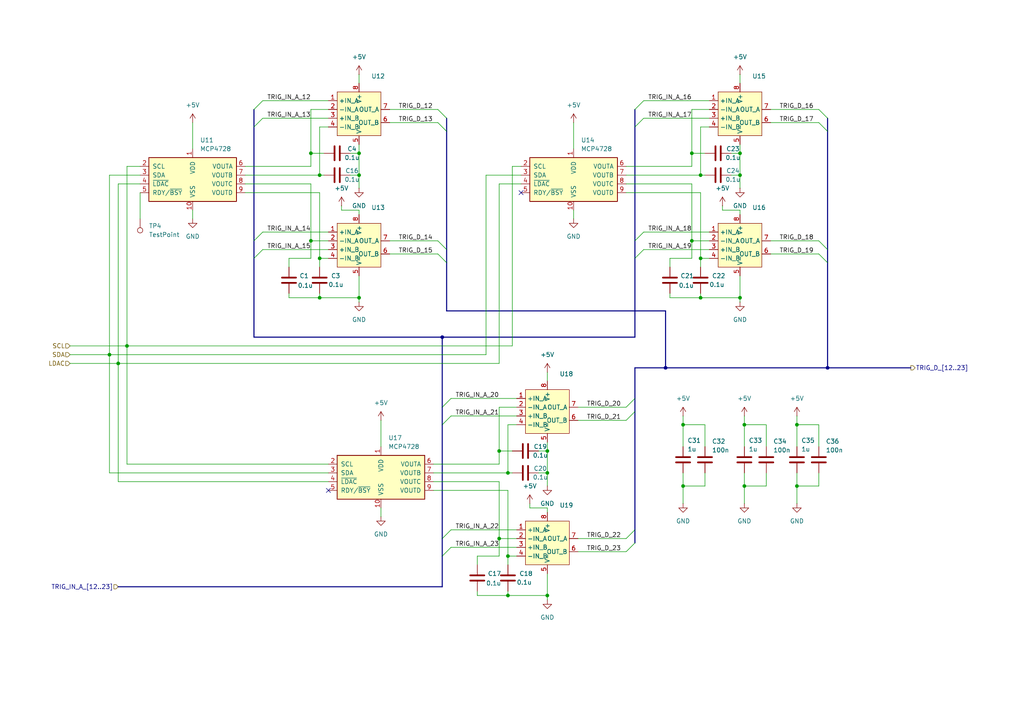
<source format=kicad_sch>
(kicad_sch (version 20250114) (generator "eeschema") (generator_version "9.0")
  (paper "A4")
  (lib_symbols
    (symbol "Analog_DAC:MCP4728" (pin_names (offset 1.016))
      (property "Reference" "U" (at -12.7 6.35 0))
      (property "Value" "MCP4728" (at 12.7 6.35 0))
      (symbol "MCP4728_0_1"
        (rectangle (start -12.7 5.08) (end 12.7 -7.62) (stroke (width 0.254)) (fill (type background)))
      )
      (symbol "MCP4728_1_1"
        (pin input line (at -15.24 2.54 0) (length 2.54) (name "SCL") (number "2"))
        (pin bidirectional line (at -15.24 0 0) (length 2.54) (name "SDA") (number "3"))
        (pin input line (at -15.24 -2.54 0) (length 2.54) (name "~{LDAC}") (number "4"))
        (pin output line (at -15.24 -5.08 0) (length 2.54) (name "RDY/~{BSY}") (number "5"))
        (pin power_in line (at 0 7.62 270) (length 2.54) (name "VDD") (number "1"))
        (pin power_in line (at 0 -10.16 90) (length 2.54) (name "VSS") (number "10"))
        (pin output line (at 15.24 2.54 180) (length 2.54) (name "VOUTA") (number "6"))
        (pin output line (at 15.24 0 180) (length 2.54) (name "VOUTB") (number "7"))
        (pin output line (at 15.24 -2.54 180) (length 2.54) (name "VOUTC") (number "8"))
        (pin output line (at 15.24 -5.08 180) (length 2.54) (name "VOUTD") (number "9"))
      )
    )
    (symbol "Connector:TestPoint" (pin_numbers (hide yes)) (pin_names (offset 0.762) (hide yes))
      (property "Reference" "TP" (at 0 6.858 0))
      (property "Value" "TestPoint" (at 0 5.08 0))
      (symbol "TestPoint_0_1"
        (circle (center 0 3.302) (radius 0.762))
      )
      (symbol "TestPoint_1_1"
        (pin passive line (at 0 0 90) (length 2.54) (name "1") (number "1"))
      )
    )
    (symbol "Device:C" (pin_numbers (hide yes)) (pin_names (offset 0.254))
      (property "Reference" "C" (at 0.635 2.54 0))
      (property "Value" "C" (at 0.635 -2.54 0))
      (symbol "C_0_1"
        (polyline (pts (xy -2.032 0.762) (xy 2.032 0.762)) (stroke (width 0.508)))
        (polyline (pts (xy -2.032 -0.762) (xy 2.032 -0.762)) (stroke (width 0.508)))
      )
      (symbol "C_1_1"
        (pin passive line (at 0 3.81 270) (length 2.794) (name "~") (number "1"))
        (pin passive line (at 0 -3.81 90) (length 2.794) (name "~") (number "2"))
      )
    )
    (symbol "TLV3502AIDR_1"
      (property "Reference" "U" (at 6.858 -8.382 0))
      (property "Value" "TLV3502AIDR" (at 8.89 -10.668 0))
      (symbol "TLV3502AIDR_1_1_1"
        (rectangle (start -6.35 6.35) (end 6.35 -6.35) (fill (type background)))
        (pin input line (at -8.89 3.81 0) (length 2.54) (name "+IN_A") (number "1"))
        (pin input line (at -8.89 1.27 0) (length 2.54) (name "-IN_A") (number "2"))
        (pin input line (at -8.89 -1.27 0) (length 2.54) (name "+IN_B") (number "3"))
        (pin input line (at -8.89 -3.81 0) (length 2.54) (name "-IN_B") (number "4"))
        (pin power_in line (at 0 8.89 270) (length 2.54) (name "V+") (number "8"))
        (pin power_in line (at 0 -8.89 90) (length 2.54) (name "V-") (number "5"))
        (pin output line (at 8.89 1.27 180) (length 2.54) (name "OUT_A") (number "7"))
        (pin output line (at 8.89 -2.54 180) (length 2.54) (name "OUT_B") (number "6"))
      )
    )
    (symbol "power:+5V" (power) (pin_numbers (hide yes)) (pin_names (offset 0) (hide yes))
      (property "Value" "+5V" (at 0 3.556 0))
      (symbol "+5V_0_1"
        (polyline (pts (xy -0.762 1.27) (xy 0 2.54)))
        (polyline (pts (xy 0 2.54) (xy 0.762 1.27)))
        (polyline (pts (xy 0 0) (xy 0 2.54)))
      )
      (symbol "+5V_1_1"
        (pin power_in line (at 0 0 90) (length 0) (name "~") (number "1"))
      )
    )
    (symbol "power:GND" (power) (pin_numbers (hide yes)) (pin_names (offset 0) (hide yes))
      (property "Value" "GND" (at 0 -3.81 0))
      (symbol "GND_0_1"
        (polyline (pts (xy 0 0) (xy 0 -1.27) (xy 1.27 -1.27) (xy 0 -2.54) (xy -1.27 -1.27) (xy 0 -1.27)))
      )
      (symbol "GND_1_1"
        (pin power_in line (at 0 0 270) (length 0) (name "~") (number "1"))
      )
    )
  )
  (junction (at 203.2 74.93))
  (junction (at 231.14 140.97))
  (junction (at 200.66 44.45))
  (junction (at 240.03 106.68))
  (junction (at 104.14 44.45))
  (junction (at 147.32 161.29))
  (junction (at 203.2 50.8))
  (junction (at 31.75 102.87))
  (junction (at 104.14 50.8))
  (junction (at 90.17 69.85))
  (junction (at 215.9 140.97))
  (junction (at 214.63 86.36))
  (junction (at 158.75 130.81))
  (junction (at 200.66 69.85))
  (junction (at 90.17 44.45))
  (junction (at 144.78 130.81))
  (junction (at 231.14 123.19))
  (junction (at 104.14 86.36))
  (junction (at 144.78 156.21))
  (junction (at 158.75 172.72))
  (junction (at 203.2 86.36))
  (junction (at 193.04 106.68))
  (junction (at 215.9 123.19))
  (junction (at 92.71 74.93))
  (junction (at 214.63 50.8))
  (junction (at 214.63 44.45))
  (junction (at 198.12 123.19))
  (junction (at 36.83 100.33))
  (junction (at 147.32 172.72))
  (junction (at 147.32 137.16))
  (junction (at 128.27 97.79))
  (junction (at 34.29 105.41))
  (junction (at 158.75 137.16))
  (junction (at 198.12 140.97))
  (junction (at 92.71 50.8))
  (junction (at 92.71 86.36))
  (no_connect (at 95.25 142.24))
  (no_connect (at 151.13 55.88))
  (bus_entry (at 181.61 121.92) (size 2.54 -2.54))
  (bus_entry (at 237.49 31.75) (size 2.54 2.54))
  (bus_entry (at 128.27 118.11) (size 2.54 -2.54))
  (bus_entry (at 184.15 69.85) (size 2.54 -2.54))
  (bus_entry (at 128.27 161.29) (size 2.54 -2.54))
  (bus_entry (at 128.27 156.21) (size 2.54 -2.54))
  (bus_entry (at 73.66 74.93) (size 2.54 -2.54))
  (bus_entry (at 184.15 31.75) (size 2.54 -2.54))
  (bus_entry (at 184.15 74.93) (size 2.54 -2.54))
  (bus_entry (at 181.61 160.02) (size 2.54 -2.54))
  (bus_entry (at 73.66 31.75) (size 2.54 -2.54))
  (bus_entry (at 237.49 73.66) (size 2.54 2.54))
  (bus_entry (at 184.15 36.83) (size 2.54 -2.54))
  (bus_entry (at 127 31.75) (size 2.54 2.54))
  (bus_entry (at 73.66 69.85) (size 2.54 -2.54))
  (bus_entry (at 73.66 36.83) (size 2.54 -2.54))
  (bus_entry (at 181.61 118.11) (size 2.54 -2.54))
  (bus_entry (at 237.49 69.85) (size 2.54 2.54))
  (bus_entry (at 237.49 35.56) (size 2.54 2.54))
  (bus_entry (at 127 73.66) (size 2.54 2.54))
  (bus_entry (at 181.61 156.21) (size 2.54 -2.54))
  (bus_entry (at 127 69.85) (size 2.54 2.54))
  (bus_entry (at 128.27 123.19) (size 2.54 -2.54))
  (bus_entry (at 127 35.56) (size 2.54 2.54))
  (bus (pts (xy 129.54 72.39) (xy 129.54 76.2)))
  (wire (pts (xy 204.47 140.97) (xy 198.12 140.97)))
  (wire (pts (xy 20.32 105.41) (xy 34.29 105.41)))
  (wire (pts (xy 104.14 54.61) (xy 104.14 50.8)))
  (wire (pts (xy 144.78 130.81) (xy 148.59 130.81)))
  (wire (pts (xy 158.75 130.81) (xy 158.75 137.16)))
  (wire (pts (xy 215.9 123.19) (xy 215.9 129.54)))
  (wire (pts (xy 92.71 74.93) (xy 92.71 77.47)))
  (wire (pts (xy 20.32 100.33) (xy 36.83 100.33)))
  (wire (pts (xy 200.66 74.93) (xy 194.31 74.93)))
  (bus (pts (xy 73.66 97.79) (xy 73.66 74.93)))
  (wire (pts (xy 237.49 140.97) (xy 231.14 140.97)))
  (wire (pts (xy 95.25 74.93) (xy 92.71 74.93)))
  (bus (pts (xy 129.54 90.17) (xy 193.04 90.17)))
  (wire (pts (xy 237.49 137.16) (xy 237.49 140.97)))
  (wire (pts (xy 113.03 35.56) (xy 127 35.56)))
  (bus (pts (xy 73.66 31.75) (xy 73.66 36.83)))
  (bus (pts (xy 184.15 31.75) (xy 184.15 36.83)))
  (wire (pts (xy 214.63 60.96) (xy 214.63 62.23)))
  (wire (pts (xy 147.32 161.29) (xy 147.32 163.83)))
  (wire (pts (xy 113.03 69.85) (xy 127 69.85)))
  (wire (pts (xy 222.25 123.19) (xy 222.25 129.54)))
  (wire (pts (xy 144.78 130.81) (xy 144.78 134.62)))
  (wire (pts (xy 209.55 60.96) (xy 214.63 60.96)))
  (bus (pts (xy 73.66 36.83) (xy 73.66 69.85)))
  (wire (pts (xy 147.32 171.45) (xy 147.32 172.72)))
  (wire (pts (xy 151.13 48.26) (xy 148.59 48.26)))
  (wire (pts (xy 130.81 158.75) (xy 149.86 158.75)))
  (wire (pts (xy 222.25 140.97) (xy 215.9 140.97)))
  (bus (pts (xy 128.27 118.11) (xy 128.27 97.79)))
  (bus (pts (xy 240.03 34.29) (xy 240.03 38.1)))
  (wire (pts (xy 34.29 53.34) (xy 34.29 105.41)))
  (wire (pts (xy 31.75 102.87) (xy 140.97 102.87)))
  (wire (pts (xy 200.66 31.75) (xy 200.66 44.45)))
  (wire (pts (xy 104.14 41.91) (xy 104.14 44.45)))
  (wire (pts (xy 83.82 86.36) (xy 92.71 86.36)))
  (wire (pts (xy 186.69 29.21) (xy 205.74 29.21)))
  (wire (pts (xy 231.14 137.16) (xy 231.14 140.97)))
  (wire (pts (xy 144.78 156.21) (xy 144.78 139.7)))
  (wire (pts (xy 231.14 140.97) (xy 231.14 146.05)))
  (bus (pts (xy 184.15 106.68) (xy 193.04 106.68)))
  (wire (pts (xy 205.74 31.75) (xy 200.66 31.75)))
  (wire (pts (xy 194.31 85.09) (xy 194.31 86.36)))
  (wire (pts (xy 200.66 69.85) (xy 200.66 53.34)))
  (wire (pts (xy 214.63 44.45) (xy 214.63 50.8)))
  (bus (pts (xy 34.29 170.18) (xy 128.27 170.18)))
  (wire (pts (xy 198.12 140.97) (xy 198.12 146.05)))
  (bus (pts (xy 129.54 34.29) (xy 129.54 38.1)))
  (wire (pts (xy 95.25 69.85) (xy 90.17 69.85)))
  (wire (pts (xy 167.64 160.02) (xy 181.61 160.02)))
  (wire (pts (xy 223.52 73.66) (xy 237.49 73.66)))
  (wire (pts (xy 110.49 121.92) (xy 110.49 129.54)))
  (wire (pts (xy 110.49 147.32) (xy 110.49 149.86)))
  (bus (pts (xy 240.03 76.2) (xy 240.03 106.68)))
  (wire (pts (xy 214.63 21.59) (xy 214.63 24.13)))
  (wire (pts (xy 214.63 86.36) (xy 214.63 87.63)))
  (wire (pts (xy 153.67 147.32) (xy 158.75 147.32)))
  (wire (pts (xy 148.59 48.26) (xy 148.59 100.33)))
  (wire (pts (xy 76.2 72.39) (xy 95.25 72.39)))
  (wire (pts (xy 149.86 118.11) (xy 144.78 118.11)))
  (wire (pts (xy 92.71 50.8) (xy 71.12 50.8)))
  (wire (pts (xy 76.2 29.21) (xy 95.25 29.21)))
  (wire (pts (xy 214.63 86.36) (xy 214.63 80.01)))
  (wire (pts (xy 237.49 123.19) (xy 237.49 129.54)))
  (wire (pts (xy 158.75 172.72) (xy 158.75 173.99)))
  (wire (pts (xy 130.81 115.57) (xy 149.86 115.57)))
  (wire (pts (xy 166.37 60.96) (xy 166.37 63.5)))
  (wire (pts (xy 138.43 161.29) (xy 138.43 163.83)))
  (wire (pts (xy 76.2 34.29) (xy 95.25 34.29)))
  (wire (pts (xy 31.75 50.8) (xy 31.75 102.87)))
  (wire (pts (xy 36.83 134.62) (xy 95.25 134.62)))
  (bus (pts (xy 184.15 69.85) (xy 184.15 74.93)))
  (wire (pts (xy 151.13 50.8) (xy 140.97 50.8)))
  (bus (pts (xy 240.03 72.39) (xy 240.03 76.2)))
  (wire (pts (xy 92.71 74.93) (xy 92.71 55.88)))
  (wire (pts (xy 203.2 50.8) (xy 204.47 50.8)))
  (wire (pts (xy 158.75 140.97) (xy 158.75 137.16)))
  (wire (pts (xy 205.74 69.85) (xy 200.66 69.85)))
  (wire (pts (xy 167.64 156.21) (xy 181.61 156.21)))
  (wire (pts (xy 200.66 53.34) (xy 181.61 53.34)))
  (wire (pts (xy 186.69 72.39) (xy 205.74 72.39)))
  (wire (pts (xy 147.32 142.24) (xy 125.73 142.24)))
  (wire (pts (xy 215.9 140.97) (xy 215.9 146.05)))
  (wire (pts (xy 205.74 36.83) (xy 203.2 36.83)))
  (wire (pts (xy 31.75 137.16) (xy 95.25 137.16)))
  (wire (pts (xy 95.25 36.83) (xy 92.71 36.83)))
  (bus (pts (xy 184.15 153.67) (xy 184.15 157.48)))
  (wire (pts (xy 101.6 44.45) (xy 104.14 44.45)))
  (wire (pts (xy 194.31 74.93) (xy 194.31 77.47)))
  (wire (pts (xy 34.29 139.7) (xy 95.25 139.7)))
  (bus (pts (xy 73.66 69.85) (xy 73.66 74.93)))
  (wire (pts (xy 186.69 34.29) (xy 205.74 34.29)))
  (wire (pts (xy 55.88 60.96) (xy 55.88 63.5)))
  (wire (pts (xy 90.17 31.75) (xy 90.17 44.45)))
  (wire (pts (xy 149.86 123.19) (xy 147.32 123.19)))
  (wire (pts (xy 92.71 85.09) (xy 92.71 86.36)))
  (wire (pts (xy 198.12 137.16) (xy 198.12 140.97)))
  (wire (pts (xy 231.14 123.19) (xy 237.49 123.19)))
  (wire (pts (xy 130.81 153.67) (xy 149.86 153.67)))
  (wire (pts (xy 203.2 74.93) (xy 203.2 77.47)))
  (wire (pts (xy 151.13 53.34) (xy 144.78 53.34)))
  (wire (pts (xy 125.73 134.62) (xy 144.78 134.62)))
  (wire (pts (xy 209.55 59.69) (xy 209.55 60.96)))
  (wire (pts (xy 40.64 50.8) (xy 31.75 50.8)))
  (wire (pts (xy 36.83 100.33) (xy 148.59 100.33)))
  (wire (pts (xy 200.66 44.45) (xy 200.66 48.26)))
  (wire (pts (xy 158.75 147.32) (xy 158.75 148.59)))
  (wire (pts (xy 92.71 36.83) (xy 92.71 50.8)))
  (wire (pts (xy 198.12 123.19) (xy 198.12 129.54)))
  (wire (pts (xy 138.43 171.45) (xy 138.43 172.72)))
  (bus (pts (xy 193.04 106.68) (xy 240.03 106.68)))
  (wire (pts (xy 104.14 21.59) (xy 104.14 24.13)))
  (wire (pts (xy 222.25 137.16) (xy 222.25 140.97)))
  (wire (pts (xy 144.78 118.11) (xy 144.78 130.81)))
  (wire (pts (xy 90.17 69.85) (xy 90.17 74.93)))
  (wire (pts (xy 144.78 156.21) (xy 144.78 161.29)))
  (wire (pts (xy 95.25 31.75) (xy 90.17 31.75)))
  (wire (pts (xy 215.9 137.16) (xy 215.9 140.97)))
  (wire (pts (xy 166.37 35.56) (xy 166.37 43.18)))
  (bus (pts (xy 129.54 38.1) (xy 129.54 72.39)))
  (wire (pts (xy 92.71 86.36) (xy 104.14 86.36)))
  (wire (pts (xy 167.64 118.11) (xy 181.61 118.11)))
  (wire (pts (xy 194.31 86.36) (xy 203.2 86.36)))
  (wire (pts (xy 198.12 123.19) (xy 204.47 123.19)))
  (wire (pts (xy 158.75 172.72) (xy 158.75 166.37)))
  (wire (pts (xy 223.52 31.75) (xy 237.49 31.75)))
  (wire (pts (xy 203.2 74.93) (xy 203.2 55.88)))
  (wire (pts (xy 203.2 55.88) (xy 181.61 55.88)))
  (wire (pts (xy 144.78 53.34) (xy 144.78 105.41)))
  (wire (pts (xy 149.86 161.29) (xy 147.32 161.29)))
  (wire (pts (xy 200.66 44.45) (xy 204.47 44.45)))
  (wire (pts (xy 31.75 102.87) (xy 31.75 137.16)))
  (wire (pts (xy 153.67 146.05) (xy 153.67 147.32)))
  (wire (pts (xy 34.29 105.41) (xy 144.78 105.41)))
  (wire (pts (xy 76.2 67.31) (xy 95.25 67.31)))
  (wire (pts (xy 223.52 35.56) (xy 237.49 35.56)))
  (wire (pts (xy 149.86 156.21) (xy 144.78 156.21)))
  (wire (pts (xy 140.97 50.8) (xy 140.97 102.87)))
  (wire (pts (xy 147.32 137.16) (xy 125.73 137.16)))
  (bus (pts (xy 128.27 156.21) (xy 128.27 161.29)))
  (wire (pts (xy 90.17 44.45) (xy 90.17 48.26)))
  (wire (pts (xy 99.06 59.69) (xy 99.06 60.96)))
  (wire (pts (xy 156.21 130.81) (xy 158.75 130.81)))
  (wire (pts (xy 113.03 73.66) (xy 127 73.66)))
  (wire (pts (xy 215.9 123.19) (xy 222.25 123.19)))
  (wire (pts (xy 156.21 137.16) (xy 158.75 137.16)))
  (wire (pts (xy 83.82 74.93) (xy 83.82 77.47)))
  (wire (pts (xy 104.14 60.96) (xy 104.14 62.23)))
  (wire (pts (xy 223.52 69.85) (xy 237.49 69.85)))
  (wire (pts (xy 92.71 55.88) (xy 71.12 55.88)))
  (bus (pts (xy 240.03 38.1) (xy 240.03 72.39)))
  (wire (pts (xy 231.14 120.65) (xy 231.14 123.19)))
  (wire (pts (xy 203.2 86.36) (xy 214.63 86.36)))
  (wire (pts (xy 147.32 123.19) (xy 147.32 137.16)))
  (wire (pts (xy 147.32 161.29) (xy 147.32 142.24)))
  (wire (pts (xy 158.75 128.27) (xy 158.75 130.81)))
  (wire (pts (xy 198.12 120.65) (xy 198.12 123.19)))
  (wire (pts (xy 147.32 137.16) (xy 148.59 137.16)))
  (wire (pts (xy 212.09 50.8) (xy 214.63 50.8)))
  (wire (pts (xy 212.09 44.45) (xy 214.63 44.45)))
  (wire (pts (xy 36.83 48.26) (xy 36.83 100.33)))
  (wire (pts (xy 144.78 161.29) (xy 138.43 161.29)))
  (bus (pts (xy 184.15 119.38) (xy 184.15 153.67)))
  (wire (pts (xy 215.9 120.65) (xy 215.9 123.19)))
  (wire (pts (xy 71.12 48.26) (xy 90.17 48.26)))
  (wire (pts (xy 40.64 55.88) (xy 40.64 63.5)))
  (wire (pts (xy 167.64 121.92) (xy 181.61 121.92)))
  (wire (pts (xy 104.14 44.45) (xy 104.14 50.8)))
  (wire (pts (xy 158.75 107.95) (xy 158.75 110.49)))
  (bus (pts (xy 193.04 90.17) (xy 193.04 106.68)))
  (bus (pts (xy 184.15 36.83) (xy 184.15 69.85)))
  (wire (pts (xy 113.03 31.75) (xy 127 31.75)))
  (wire (pts (xy 36.83 100.33) (xy 36.83 134.62)))
  (wire (pts (xy 40.64 53.34) (xy 34.29 53.34)))
  (wire (pts (xy 90.17 53.34) (xy 71.12 53.34)))
  (wire (pts (xy 181.61 48.26) (xy 200.66 48.26)))
  (bus (pts (xy 184.15 115.57) (xy 184.15 106.68)))
  (wire (pts (xy 99.06 60.96) (xy 104.14 60.96)))
  (wire (pts (xy 204.47 123.19) (xy 204.47 129.54)))
  (wire (pts (xy 205.74 74.93) (xy 203.2 74.93)))
  (wire (pts (xy 203.2 85.09) (xy 203.2 86.36)))
  (wire (pts (xy 90.17 69.85) (xy 90.17 53.34)))
  (wire (pts (xy 101.6 50.8) (xy 104.14 50.8)))
  (wire (pts (xy 147.32 172.72) (xy 158.75 172.72)))
  (bus (pts (xy 128.27 97.79) (xy 184.15 97.79)))
  (wire (pts (xy 214.63 41.91) (xy 214.63 44.45)))
  (wire (pts (xy 90.17 74.93) (xy 83.82 74.93)))
  (bus (pts (xy 73.66 97.79) (xy 128.27 97.79)))
  (bus (pts (xy 240.03 106.68) (xy 264.16 106.68)))
  (wire (pts (xy 92.71 50.8) (xy 93.98 50.8)))
  (wire (pts (xy 214.63 54.61) (xy 214.63 50.8)))
  (wire (pts (xy 55.88 35.56) (xy 55.88 43.18)))
  (wire (pts (xy 231.14 123.19) (xy 231.14 129.54)))
  (bus (pts (xy 128.27 118.11) (xy 128.27 123.19)))
  (wire (pts (xy 186.69 67.31) (xy 205.74 67.31)))
  (wire (pts (xy 203.2 50.8) (xy 181.61 50.8)))
  (wire (pts (xy 203.2 36.83) (xy 203.2 50.8)))
  (wire (pts (xy 34.29 105.41) (xy 34.29 139.7)))
  (wire (pts (xy 200.66 69.85) (xy 200.66 74.93)))
  (wire (pts (xy 90.17 44.45) (xy 93.98 44.45)))
  (wire (pts (xy 130.81 120.65) (xy 149.86 120.65)))
  (wire (pts (xy 20.32 102.87) (xy 31.75 102.87)))
  (wire (pts (xy 204.47 137.16) (xy 204.47 140.97)))
  (wire (pts (xy 138.43 172.72) (xy 147.32 172.72)))
  (bus (pts (xy 128.27 161.29) (xy 128.27 170.18)))
  (wire (pts (xy 83.82 85.09) (xy 83.82 86.36)))
  (bus (pts (xy 184.15 119.38) (xy 184.15 115.57)))
  (bus (pts (xy 129.54 76.2) (xy 129.54 90.17)))
  (wire (pts (xy 104.14 86.36) (xy 104.14 87.63)))
  (wire (pts (xy 104.14 86.36) (xy 104.14 80.01)))
  (wire (pts (xy 40.64 48.26) (xy 36.83 48.26)))
  (bus (pts (xy 128.27 123.19) (xy 128.27 156.21)))
  (wire (pts (xy 144.78 139.7) (xy 125.73 139.7)))
  (bus (pts (xy 184.15 97.79) (xy 184.15 74.93)))
  (label "TRIG_IN_A_19" (at 187.96 72.39 0))
  (label "TRIG_D_15" (at 115.57 73.66 0))
  (label "TRIG_IN_A_12" (at 77.47 29.21 0))
  (label "TRIG_D_21" (at 170.18 121.92 0))
  (label "TRIG_IN_A_15" (at 77.47 72.39 0))
  (label "TRIG_IN_A_22" (at 132.08 153.67 0))
  (label "TRIG_D_16" (at 226.06 31.75 0))
  (label "TRIG_D_18" (at 226.06 69.85 0))
  (label "TRIG_IN_A_18" (at 187.96 67.31 0))
  (label "TRIG_IN_A_16" (at 187.96 29.21 0))
  (label "TRIG_IN_A_14" (at 77.47 67.31 0))
  (label "TRIG_D_17" (at 226.06 35.56 0))
  (label "TRIG_IN_A_20" (at 132.08 115.57 0))
  (label "TRIG_D_20" (at 170.18 118.11 0))
  (label "TRIG_D_19" (at 226.06 73.66 0))
  (label "TRIG_D_12" (at 115.57 31.75 0))
  (label "TRIG_D_13" (at 115.57 35.56 0))
  (label "TRIG_D_23" (at 170.18 160.02 0))
  (label "TRIG_IN_A_23" (at 132.08 158.75 0))
  (label "TRIG_IN_A_13" (at 77.47 34.29 0))
  (label "TRIG_D_14" (at 115.57 69.85 0))
  (label "TRIG_IN_A_17" (at 187.96 34.29 0))
  (label "TRIG_D_22" (at 170.18 156.21 0))
  (label "TRIG_IN_A_21" (at 132.08 120.65 0))
  (hierarchical_label "TRIG_IN_A_[12..23]" (shape input) (at 34.29 170.18 180))
  (hierarchical_label "SDA" (shape input) (at 20.32 102.87 180))
  (hierarchical_label "LDAC" (shape input) (at 20.32 105.41 180))
  (hierarchical_label "SCL" (shape input) (at 20.32 100.33 180))
  (hierarchical_label "TRIG_D_[12..23]" (shape output) (at 264.16 106.68 0))
  (symbol (lib_id "Analog_DAC:MCP4728") (at 110.49 137.16 0) (unit 1)
    (property "Reference" "U17" (at 112.6333 127 0) (effects (justify left)))
    (property "Value" "MCP4728" (at 112.6333 129.54 0) (effects (justify left)))
    (property "Footprint" "Package_SO:MSOP-10_3x3mm_P0.5mm" (effects (hide yes)))
    (property "Datasheet" "http://ww1.microchip.com/downloads/en/DeviceDoc/22187E.pdf" (effects (hide yes)))
    (property "Description" "12-bit digital to analog converter, quad output, 2.048V internal reference, integrated EEPROM, I2C interface" (effects (hide yes)))
  )
  (symbol (lib_id "Analog_DAC:MCP4728") (at 55.88 50.8 0) (unit 1)
    (property "Reference" "U11" (at 58.0233 40.64 0) (effects (justify left)))
    (property "Value" "MCP4728" (at 58.0233 43.18 0) (effects (justify left)))
    (property "Footprint" "Package_SO:MSOP-10_3x3mm_P0.5mm" (effects (hide yes)))
    (property "Datasheet" "http://ww1.microchip.com/downloads/en/DeviceDoc/22187E.pdf" (effects (hide yes)))
    (property "Description" "12-bit digital to analog converter, quad output, 2.048V internal reference, integrated EEPROM, I2C interface" (effects (hide yes)))
  )
  (symbol (lib_id "power:+5V") (at 55.88 35.56 0) (unit 1)
    (property "Reference" "#PWR011" (effects (hide yes)))
    (property "Value" "+5V" (at 55.88 30.48 0))
    (property "Description" "Power symbol creates a global label with name \"+5V\"" (effects (hide yes)))
  )
  (symbol (lib_id "Device:C") (at 152.4 137.16 270) (unit 1)
    (property "Reference" "C20" (at 156.718 135.89 90))
    (property "Value" "0.1u" (at 156.718 138.43 90))
    (property "Description" "Unpolarized capacitor" (effects (hide yes)))
  )
  (symbol (lib_id "power:+5V") (at 198.12 120.65 0) (unit 1)
    (property "Reference" "#PWR056" (effects (hide yes)))
    (property "Value" "+5V" (at 198.12 115.57 0))
    (property "Description" "Power symbol creates a global label with name \"+5V\"" (effects (hide yes)))
  )
  (symbol (lib_id "power:+5V") (at 209.55 59.69 0) (unit 1)
    (property "Reference" "#PWR043" (effects (hide yes)))
    (property "Value" "+5V" (at 209.55 54.61 0))
    (property "Description" "Power symbol creates a global label with name \"+5V\"" (effects (hide yes)))
  )
  (symbol (lib_id "Device:C") (at 83.82 81.28 0) (unit 1)
    (property "Reference" "C1" (at 86.868 80.01 0) (effects (justify left)))
    (property "Value" "0.1u" (at 86.36 82.804 0) (effects (justify left)))
    (property "Description" "Unpolarized capacitor" (effects (hide yes)))
  )
  (symbol (lib_id "Device:C") (at 222.25 133.35 0) (unit 1)
    (property "Reference" "C34" (at 224.282 128.016 0) (effects (justify left)))
    (property "Value" "100n" (at 224.282 130.556 0) (effects (justify left)))
    (property "Description" "Unpolarized capacitor" (effects (hide yes)))
  )
  (symbol (lib_id "power:+5V") (at 110.49 121.92 0) (unit 1)
    (property "Reference" "#PWR035" (effects (hide yes)))
    (property "Value" "+5V" (at 110.49 116.84 0))
    (property "Description" "Power symbol creates a global label with name \"+5V\"" (effects (hide yes)))
  )
  (symbol (lib_id "power:GND") (at 110.49 149.86 0) (unit 1)
    (property "Reference" "#PWR036" (effects (hide yes)))
    (property "Value" "GND" (at 110.49 154.94 0))
    (property "Description" "Power symbol creates a global label with name \"GND\" , ground" (effects (hide yes)))
  )
  (symbol (lib_id "Device:C") (at 97.79 44.45 270) (unit 1)
    (property "Reference" "C4" (at 102.108 43.18 90))
    (property "Value" "0.1u" (at 102.108 45.72 90))
    (property "Description" "Unpolarized capacitor" (effects (hide yes)))
  )
  (symbol (lib_id "power:+5V") (at 104.14 21.59 0) (unit 1)
    (property "Reference" "#PWR014" (effects (hide yes)))
    (property "Value" "+5V" (at 104.14 16.51 0))
    (property "Description" "Power symbol creates a global label with name \"+5V\"" (effects (hide yes)))
  )
  (symbol (lib_id "Device:C") (at 203.2 81.28 0) (unit 1)
    (property "Reference" "C22" (at 206.502 80.01 0) (effects (justify left)))
    (property "Value" "0.1u" (at 205.74 82.55 0) (effects (justify left)))
    (property "Description" "Unpolarized capacitor" (effects (hide yes)))
  )
  (symbol (lib_id "Device:C") (at 97.79 50.8 270) (unit 1)
    (property "Reference" "C16" (at 102.108 49.53 90))
    (property "Value" "0.1u" (at 102.108 52.07 90))
    (property "Description" "Unpolarized capacitor" (effects (hide yes)))
  )
  (symbol (lib_id "power:GND") (at 55.88 63.5 0) (unit 1)
    (property "Reference" "#PWR012" (effects (hide yes)))
    (property "Value" "GND" (at 55.88 68.58 0))
    (property "Description" "Power symbol creates a global label with name \"GND\" , ground" (effects (hide yes)))
  )
  (symbol (lib_name "TLV3502AIDR_1") (lib_id "tlv3502aidr:TLV3502AIDR") (at 158.75 157.48 0) (unit 1)
    (property "Reference" "U19" (at 162.306 146.558 0) (effects (justify left)))
    (property "Value" "TLV3502AIDR" (effects (hide yes)))
  )
  (symbol (lib_id "Device:C") (at 204.47 133.35 0) (unit 1)
    (property "Reference" "C32" (at 206.502 128.016 0) (effects (justify left)))
    (property "Value" "100n" (at 206.502 130.556 0) (effects (justify left)))
    (property "Description" "Unpolarized capacitor" (effects (hide yes)))
  )
  (symbol (lib_id "power:GND") (at 166.37 63.5 0) (unit 1)
    (property "Reference" "#PWR042" (effects (hide yes)))
    (property "Value" "GND" (at 166.37 68.58 0))
    (property "Description" "Power symbol creates a global label with name \"GND\" , ground" (effects (hide yes)))
  )
  (symbol (lib_id "power:GND") (at 158.75 173.99 0) (unit 1)
    (property "Reference" "#PWR040" (effects (hide yes)))
    (property "Value" "GND" (at 158.75 179.07 0))
    (property "Description" "Power symbol creates a global label with name \"GND\" , ground" (effects (hide yes)))
  )
  (symbol (lib_id "power:+5V") (at 231.14 120.65 0) (unit 1)
    (property "Reference" "#PWR060" (effects (hide yes)))
    (property "Value" "+5V" (at 231.14 115.57 0))
    (property "Description" "Power symbol creates a global label with name \"+5V\"" (effects (hide yes)))
  )
  (symbol (lib_id "power:GND") (at 215.9 146.05 0) (unit 1)
    (property "Reference" "#PWR059" (effects (hide yes)))
    (property "Value" "GND" (at 215.9 151.13 0))
    (property "Description" "Power symbol creates a global label with name \"GND\" , ground" (effects (hide yes)))
  )
  (symbol (lib_id "Device:C") (at 92.71 81.28 0) (unit 1)
    (property "Reference" "C3" (at 96.012 80.01 0) (effects (justify left)))
    (property "Value" "0.1u" (at 95.25 82.55 0) (effects (justify left)))
    (property "Description" "Unpolarized capacitor" (effects (hide yes)))
  )
  (symbol (lib_id "power:GND") (at 104.14 87.63 0) (unit 1)
    (property "Reference" "#PWR031" (effects (hide yes)))
    (property "Value" "GND" (at 104.14 92.71 0))
    (property "Description" "Power symbol creates a global label with name \"GND\" , ground" (effects (hide yes)))
  )
  (symbol (lib_name "TLV3502AIDR_1") (lib_id "tlv3502aidr:TLV3502AIDR") (at 214.63 71.12 0) (unit 1)
    (property "Reference" "U16" (at 218.186 60.198 0) (effects (justify left)))
    (property "Value" "TLV3502AIDR" (effects (hide yes)))
  )
  (symbol (lib_id "power:+5V") (at 214.63 21.59 0) (unit 1)
    (property "Reference" "#PWR044" (effects (hide yes)))
    (property "Value" "+5V" (at 214.63 16.51 0))
    (property "Description" "Power symbol creates a global label with name \"+5V\"" (effects (hide yes)))
  )
  (symbol (lib_id "power:GND") (at 214.63 87.63 0) (unit 1)
    (property "Reference" "#PWR046" (effects (hide yes)))
    (property "Value" "GND" (at 214.63 92.71 0))
    (property "Description" "Power symbol creates a global label with name \"GND\" , ground" (effects (hide yes)))
  )
  (symbol (lib_id "Connector:TestPoint") (at 40.64 63.5 180) (unit 1)
    (property "Reference" "TP4" (at 43.18 65.5319 0) (effects (justify right)))
    (property "Value" "TestPoint" (at 43.18 68.0719 0) (effects (justify right)))
    (property "Description" "test point" (effects (hide yes)))
  )
  (symbol (lib_name "TLV3502AIDR_1") (lib_id "tlv3502aidr:TLV3502AIDR") (at 104.14 33.02 0) (unit 1)
    (property "Reference" "U12" (at 107.696 22.098 0) (effects (justify left)))
    (property "Value" "TLV3502AIDR" (effects (hide yes)))
  )
  (symbol (lib_name "TLV3502AIDR_1") (lib_id "tlv3502aidr:TLV3502AIDR") (at 214.63 33.02 0) (unit 1)
    (property "Reference" "U15" (at 218.186 22.098 0) (effects (justify left)))
    (property "Value" "TLV3502AIDR" (effects (hide yes)))
  )
  (symbol (lib_id "Device:C") (at 147.32 167.64 0) (unit 1)
    (property "Reference" "C18" (at 150.622 166.37 0) (effects (justify left)))
    (property "Value" "0.1u" (at 149.86 168.91 0) (effects (justify left)))
    (property "Description" "Unpolarized capacitor" (effects (hide yes)))
  )
  (symbol (lib_id "power:+5V") (at 153.67 146.05 0) (unit 1)
    (property "Reference" "#PWR037" (effects (hide yes)))
    (property "Value" "+5V" (at 153.67 140.97 0))
    (property "Description" "Power symbol creates a global label with name \"+5V\"" (effects (hide yes)))
  )
  (symbol (lib_id "power:+5V") (at 166.37 35.56 0) (unit 1)
    (property "Reference" "#PWR041" (effects (hide yes)))
    (property "Value" "+5V" (at 166.37 30.48 0))
    (property "Description" "Power symbol creates a global label with name \"+5V\"" (effects (hide yes)))
  )
  (symbol (lib_id "Device:C") (at 194.31 81.28 0) (unit 1)
    (property "Reference" "C21" (at 197.358 80.01 0) (effects (justify left)))
    (property "Value" "0.1u" (at 196.85 82.804 0) (effects (justify left)))
    (property "Description" "Unpolarized capacitor" (effects (hide yes)))
  )
  (symbol (lib_id "power:+5V") (at 99.06 59.69 0) (unit 1)
    (property "Reference" "#PWR013" (effects (hide yes)))
    (property "Value" "+5V" (at 99.06 54.61 0))
    (property "Description" "Power symbol creates a global label with name \"+5V\"" (effects (hide yes)))
  )
  (symbol (lib_id "Device:C") (at 231.14 133.35 0) (unit 1)
    (property "Reference" "C35" (at 232.41 127.762 0) (effects (justify left)))
    (property "Value" "1u" (at 232.41 130.302 0) (effects (justify left)))
    (property "Description" "Unpolarized capacitor" (effects (hide yes)))
  )
  (symbol (lib_id "Device:C") (at 237.49 133.35 0) (unit 1)
    (property "Reference" "C36" (at 239.522 128.016 0) (effects (justify left)))
    (property "Value" "100n" (at 239.522 130.556 0) (effects (justify left)))
    (property "Description" "Unpolarized capacitor" (effects (hide yes)))
  )
  (symbol (lib_id "power:GND") (at 104.14 54.61 0) (unit 1)
    (property "Reference" "#PWR016" (effects (hide yes)))
    (property "Value" "GND" (at 104.14 59.69 0))
    (property "Description" "Power symbol creates a global label with name \"GND\" , ground" (effects (hide yes)))
  )
  (symbol (lib_id "Device:C") (at 215.9 133.35 0) (unit 1)
    (property "Reference" "C33" (at 217.17 127.762 0) (effects (justify left)))
    (property "Value" "1u" (at 217.17 130.302 0) (effects (justify left)))
    (property "Description" "Unpolarized capacitor" (effects (hide yes)))
  )
  (symbol (lib_name "TLV3502AIDR_1") (lib_id "tlv3502aidr:TLV3502AIDR") (at 104.14 71.12 0) (unit 1)
    (property "Reference" "U13" (at 107.696 60.198 0) (effects (justify left)))
    (property "Value" "TLV3502AIDR" (effects (hide yes)))
  )
  (symbol (lib_id "Device:C") (at 208.28 50.8 270) (unit 1)
    (property "Reference" "C24" (at 212.598 49.53 90))
    (property "Value" "0.1u" (at 212.598 52.07 90))
    (property "Description" "Unpolarized capacitor" (effects (hide yes)))
  )
  (symbol (lib_id "Device:C") (at 138.43 167.64 0) (unit 1)
    (property "Reference" "C17" (at 141.478 166.37 0) (effects (justify left)))
    (property "Value" "0.1u" (at 140.97 169.164 0) (effects (justify left)))
    (property "Description" "Unpolarized capacitor" (effects (hide yes)))
  )
  (symbol (lib_id "Device:C") (at 152.4 130.81 270) (unit 1)
    (property "Reference" "C19" (at 156.718 129.54 90))
    (property "Value" "0.1u" (at 156.718 132.08 90))
    (property "Description" "Unpolarized capacitor" (effects (hide yes)))
  )
  (symbol (lib_id "power:+5V") (at 158.75 107.95 0) (unit 1)
    (property "Reference" "#PWR038" (effects (hide yes)))
    (property "Value" "+5V" (at 158.75 102.87 0))
    (property "Description" "Power symbol creates a global label with name \"+5V\"" (effects (hide yes)))
  )
  (symbol (lib_id "Device:C") (at 198.12 133.35 0) (unit 1)
    (property "Reference" "C31" (at 199.39 127.762 0) (effects (justify left)))
    (property "Value" "1u" (at 199.39 130.302 0) (effects (justify left)))
    (property "Description" "Unpolarized capacitor" (effects (hide yes)))
  )
  (symbol (lib_name "TLV3502AIDR_1") (lib_id "tlv3502aidr:TLV3502AIDR") (at 158.75 119.38 0) (unit 1)
    (property "Reference" "U18" (at 162.306 108.458 0) (effects (justify left)))
    (property "Value" "TLV3502AIDR" (effects (hide yes)))
  )
  (symbol (lib_id "power:GND") (at 231.14 146.05 0) (unit 1)
    (property "Reference" "#PWR061" (effects (hide yes)))
    (property "Value" "GND" (at 231.14 151.13 0))
    (property "Description" "Power symbol creates a global label with name \"GND\" , ground" (effects (hide yes)))
  )
  (symbol (lib_id "power:GND") (at 198.12 146.05 0) (unit 1)
    (property "Reference" "#PWR057" (effects (hide yes)))
    (property "Value" "GND" (at 198.12 151.13 0))
    (property "Description" "Power symbol creates a global label with name \"GND\" , ground" (effects (hide yes)))
  )
  (symbol (lib_id "Device:C") (at 208.28 44.45 270) (unit 1)
    (property "Reference" "C23" (at 212.598 43.18 90))
    (property "Value" "0.1u" (at 212.598 45.72 90))
    (property "Description" "Unpolarized capacitor" (effects (hide yes)))
  )
  (symbol (lib_id "power:GND") (at 214.63 54.61 0) (unit 1)
    (property "Reference" "#PWR045" (effects (hide yes)))
    (property "Value" "GND" (at 214.63 59.69 0))
    (property "Description" "Power symbol creates a global label with name \"GND\" , ground" (effects (hide yes)))
  )
  (symbol (lib_id "power:+5V") (at 215.9 120.65 0) (unit 1)
    (property "Reference" "#PWR058" (effects (hide yes)))
    (property "Value" "+5V" (at 215.9 115.57 0))
    (property "Description" "Power symbol creates a global label with name \"+5V\"" (effects (hide yes)))
  )
  (symbol (lib_id "power:GND") (at 158.75 140.97 0) (unit 1)
    (property "Reference" "#PWR039" (effects (hide yes)))
    (property "Value" "GND" (at 158.75 146.05 0))
    (property "Description" "Power symbol creates a global label with name \"GND\" , ground" (effects (hide yes)))
  )
  (symbol (lib_id "Analog_DAC:MCP4728") (at 166.37 50.8 0) (unit 1)
    (property "Reference" "U14" (at 168.5133 40.64 0) (effects (justify left)))
    (property "Value" "MCP4728" (at 168.5133 43.18 0) (effects (justify left)))
    (property "Footprint" "Package_SO:MSOP-10_3x3mm_P0.5mm" (effects (hide yes)))
    (property "Datasheet" "http://ww1.microchip.com/downloads/en/DeviceDoc/22187E.pdf" (effects (hide yes)))
    (property "Description" "12-bit digital to analog converter, quad output, 2.048V internal reference, integrated EEPROM, I2C interface" (effects (hide yes)))
  )
)
</source>
